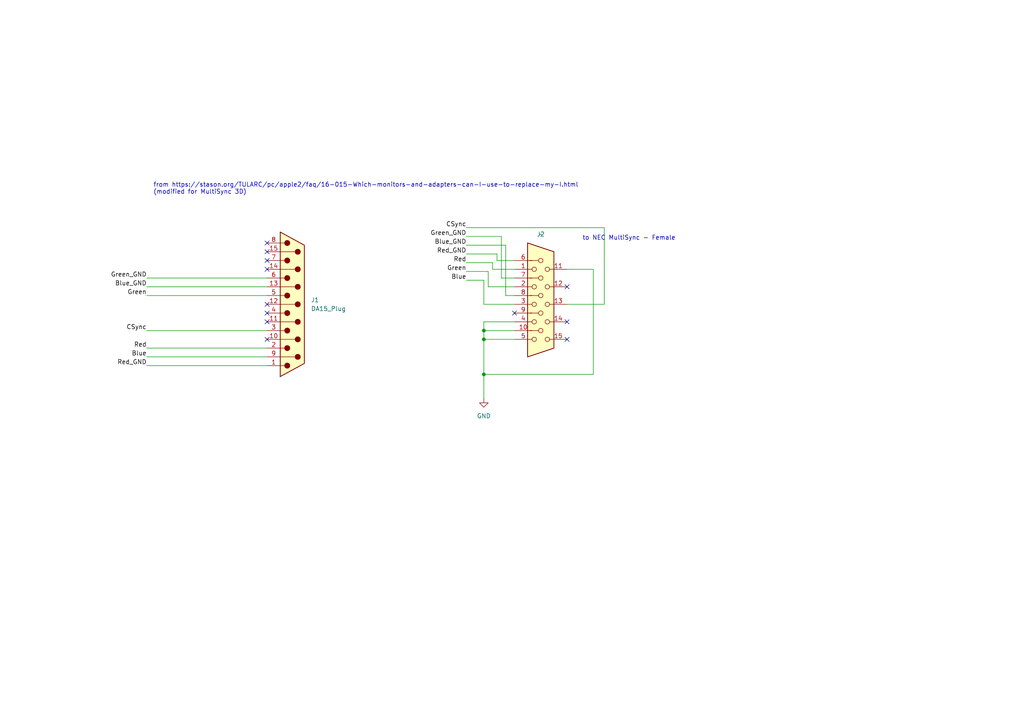
<source format=kicad_sch>
(kicad_sch (version 20230121) (generator eeschema)
  (paper "A4")
  (lib_symbols
    (symbol "Connector:DA15_Plug" (pin_names (offset 1.016) hide)
      (property "Reference" "J" (at 0.508 21.59 0))
      (property "Value" "DA15_Plug" (at 0 -22.225 0))
      (symbol "DA15_Plug_0_1"
        (circle (center -1.778 -17.78) (radius 0.762) (fill (type outline)))
        (circle (center -1.778 -12.7) (radius 0.762) (fill (type outline)))
        (circle (center -1.778 -7.62) (radius 0.762) (fill (type outline)))
        (circle (center -1.778 -2.54) (radius 0.762) (fill (type outline)))
        (circle (center -1.778 2.54) (radius 0.762) (fill (type outline)))
        (circle (center -1.778 7.62) (radius 0.762) (fill (type outline)))
        (circle (center -1.778 12.7) (radius 0.762) (fill (type outline)))
        (circle (center -1.778 17.78) (radius 0.762) (fill (type outline)))
        (polyline (pts (xy -3.81 -17.78) (xy -2.54 -17.78)))
        (polyline (pts (xy -3.81 -15.24) (xy 0.508 -15.24)))
        (polyline (pts (xy -3.81 -12.7) (xy -2.54 -12.7)))
        (polyline (pts (xy -3.81 -10.16) (xy 0.508 -10.16)))
        (polyline (pts (xy -3.81 -7.62) (xy -2.54 -7.62)))
        (polyline (pts (xy -3.81 -5.08) (xy 0.508 -5.08)))
        (polyline (pts (xy -3.81 -2.54) (xy -2.54 -2.54)))
        (polyline (pts (xy -3.81 0) (xy 0.508 0)))
        (polyline (pts (xy -3.81 2.54) (xy -2.54 2.54)))
        (polyline (pts (xy -3.81 5.08) (xy 0.508 5.08)))
        (polyline (pts (xy -3.81 7.62) (xy -2.54 7.62)))
        (polyline (pts (xy -3.81 10.16) (xy 0.508 10.16)))
        (polyline (pts (xy -3.81 12.7) (xy -2.54 12.7)))
        (polyline (pts (xy -3.81 15.24) (xy 0.508 15.24)))
        (polyline (pts (xy -3.81 17.78) (xy -2.54 17.78)))
        (polyline (pts (xy -3.81 -20.955) (xy 3.175 -17.145) (xy 3.175 17.145) (xy -3.81 20.955) (xy -3.81 -20.955)) (stroke (width 0.254)) (fill (type background)))
        (circle (center 1.27 -15.24) (radius 0.762) (fill (type outline)))
        (circle (center 1.27 -10.16) (radius 0.762) (fill (type outline)))
        (circle (center 1.27 -5.08) (radius 0.762) (fill (type outline)))
        (circle (center 1.27 0) (radius 0.762) (fill (type outline)))
        (circle (center 1.27 5.08) (radius 0.762) (fill (type outline)))
        (circle (center 1.27 10.16) (radius 0.762) (fill (type outline)))
        (circle (center 1.27 15.24) (radius 0.762) (fill (type outline)))
      )
      (symbol "DA15_Plug_1_1"
        (pin passive line (at -7.62 -17.78 0) (length 3.81) (name "1") (number "1"))
        (pin passive line (at -7.62 -10.16 0) (length 3.81) (name "P10") (number "10"))
        (pin passive line (at -7.62 -5.08 0) (length 3.81) (name "P111") (number "11"))
        (pin passive line (at -7.62 0 0) (length 3.81) (name "P12") (number "12"))
        (pin passive line (at -7.62 5.08 0) (length 3.81) (name "P13") (number "13"))
        (pin passive line (at -7.62 10.16 0) (length 3.81) (name "P14") (number "14"))
        (pin passive line (at -7.62 15.24 0) (length 3.81) (name "P15") (number "15"))
        (pin passive line (at -7.62 -12.7 0) (length 3.81) (name "2") (number "2"))
        (pin passive line (at -7.62 -7.62 0) (length 3.81) (name "3") (number "3"))
        (pin passive line (at -7.62 -2.54 0) (length 3.81) (name "4") (number "4"))
        (pin passive line (at -7.62 2.54 0) (length 3.81) (name "5") (number "5"))
        (pin passive line (at -7.62 7.62 0) (length 3.81) (name "6") (number "6"))
        (pin passive line (at -7.62 12.7 0) (length 3.81) (name "7") (number "7"))
        (pin passive line (at -7.62 17.78 0) (length 3.81) (name "8") (number "8"))
        (pin passive line (at -7.62 -15.24 0) (length 3.81) (name "P9") (number "9"))
      )
    )
    (symbol "Connector:DE15_Receptacle_HighDensity" (pin_names (offset 1.016) hide)
      (property "Reference" "J" (at 0 21.59 0))
      (property "Value" "DE15_Receptacle_HighDensity" (at 0 19.05 0))
      (symbol "DE15_Receptacle_HighDensity_0_1"
        (circle (center -1.905 -10.16) (radius 0.635))
        (circle (center -1.905 -5.08) (radius 0.635))
        (circle (center -1.905 0) (radius 0.635))
        (circle (center -1.905 5.08) (radius 0.635))
        (circle (center -1.905 10.16) (radius 0.635))
        (circle (center 0 -7.62) (radius 0.635))
        (circle (center 0 -2.54) (radius 0.635))
        (polyline (pts (xy -3.175 7.62) (xy -0.635 7.62)))
        (polyline (pts (xy -0.635 -7.62) (xy -3.175 -7.62)))
        (polyline (pts (xy -0.635 -2.54) (xy -3.175 -2.54)))
        (polyline (pts (xy -0.635 2.54) (xy -3.175 2.54)))
        (polyline (pts (xy -0.635 12.7) (xy -3.175 12.7)))
        (polyline (pts (xy -3.81 17.78) (xy -3.81 -15.24) (xy 3.81 -12.7) (xy 3.81 15.24) (xy -3.81 17.78)) (stroke (width 0.254)) (fill (type background)))
        (circle (center 0 2.54) (radius 0.635))
        (circle (center 0 7.62) (radius 0.635))
        (circle (center 0 12.7) (radius 0.635))
        (circle (center 1.905 -10.16) (radius 0.635))
        (circle (center 1.905 -5.08) (radius 0.635))
        (circle (center 1.905 0) (radius 0.635))
        (circle (center 1.905 5.08) (radius 0.635))
        (circle (center 1.905 10.16) (radius 0.635))
      )
      (symbol "DE15_Receptacle_HighDensity_1_1"
        (pin passive line (at -7.62 10.16 0) (length 5.08) (name "~") (number "1"))
        (pin passive line (at -7.62 -7.62 0) (length 5.08) (name "~") (number "10"))
        (pin passive line (at 7.62 10.16 180) (length 5.08) (name "~") (number "11"))
        (pin passive line (at 7.62 5.08 180) (length 5.08) (name "~") (number "12"))
        (pin passive line (at 7.62 0 180) (length 5.08) (name "~") (number "13"))
        (pin passive line (at 7.62 -5.08 180) (length 5.08) (name "~") (number "14"))
        (pin passive line (at 7.62 -10.16 180) (length 5.08) (name "~") (number "15"))
        (pin passive line (at -7.62 5.08 0) (length 5.08) (name "~") (number "2"))
        (pin passive line (at -7.62 0 0) (length 5.08) (name "~") (number "3"))
        (pin passive line (at -7.62 -5.08 0) (length 5.08) (name "~") (number "4"))
        (pin passive line (at -7.62 -10.16 0) (length 5.08) (name "~") (number "5"))
        (pin passive line (at -7.62 12.7 0) (length 5.08) (name "~") (number "6"))
        (pin passive line (at -7.62 7.62 0) (length 5.08) (name "~") (number "7"))
        (pin passive line (at -7.62 2.54 0) (length 5.08) (name "~") (number "8"))
        (pin passive line (at -7.62 -2.54 0) (length 5.08) (name "~") (number "9"))
      )
    )
    (symbol "power:GND" (power) (pin_names (offset 0))
      (property "Value" "GND" (at 0 -3.81 0))
      (symbol "GND_0_1"
        (polyline (pts (xy 0 0) (xy 0 -1.27) (xy 1.27 -1.27) (xy 0 -2.54) (xy -1.27 -1.27) (xy 0 -1.27)))
      )
      (symbol "GND_1_1"
        (pin power_in line (at 0 0 270) (length 0) hide (name "GND") (number "1"))
      )
    )
  )
  (junction (at 140.335 95.885))
  (junction (at 140.335 98.425))
  (junction (at 140.335 108.585))
  (no_connect (at 77.47 98.425))
  (no_connect (at 77.47 88.265))
  (no_connect (at 77.47 93.345))
  (no_connect (at 77.47 70.485))
  (no_connect (at 164.465 98.425))
  (no_connect (at 164.465 83.185))
  (no_connect (at 77.47 90.805))
  (no_connect (at 164.465 93.345))
  (no_connect (at 77.47 75.565))
  (no_connect (at 77.47 78.105))
  (no_connect (at 77.47 73.025))
  (no_connect (at 149.225 90.805))
  (wire (pts (xy 145.415 68.58) (xy 135.255 68.58)))
  (wire (pts (xy 145.415 80.645) (xy 145.415 68.58)))
  (wire (pts (xy 149.225 80.645) (xy 145.415 80.645)))
  (wire (pts (xy 149.225 88.265) (xy 140.335 88.265)))
  (wire (pts (xy 175.26 88.265) (xy 175.26 66.04)))
  (wire (pts (xy 42.545 103.505) (xy 77.47 103.505)))
  (wire (pts (xy 164.465 78.105) (xy 172.085 78.105)))
  (wire (pts (xy 42.545 95.885) (xy 77.47 95.885)))
  (wire (pts (xy 172.085 108.585) (xy 140.335 108.585)))
  (wire (pts (xy 149.225 85.725) (xy 146.685 85.725)))
  (wire (pts (xy 175.26 66.04) (xy 135.255 66.04)))
  (wire (pts (xy 141.605 78.74) (xy 135.255 78.74)))
  (wire (pts (xy 140.335 93.345) (xy 140.335 95.885)))
  (wire (pts (xy 140.335 108.585) (xy 140.335 115.57)))
  (wire (pts (xy 140.335 88.265) (xy 140.335 81.28)))
  (wire (pts (xy 42.545 85.725) (xy 77.47 85.725)))
  (wire (pts (xy 140.335 95.885) (xy 140.335 98.425)))
  (wire (pts (xy 142.875 78.105) (xy 142.875 76.2)))
  (wire (pts (xy 144.145 75.565) (xy 144.145 73.66)))
  (wire (pts (xy 140.335 81.28) (xy 135.255 81.28)))
  (wire (pts (xy 172.085 78.105) (xy 172.085 108.585)))
  (wire (pts (xy 141.605 83.185) (xy 141.605 78.74)))
  (wire (pts (xy 164.465 88.265) (xy 175.26 88.265)))
  (wire (pts (xy 140.335 98.425) (xy 140.335 108.585)))
  (wire (pts (xy 140.335 95.885) (xy 149.225 95.885)))
  (wire (pts (xy 144.145 73.66) (xy 135.255 73.66)))
  (wire (pts (xy 140.335 98.425) (xy 149.225 98.425)))
  (wire (pts (xy 146.685 85.725) (xy 146.685 71.12)))
  (wire (pts (xy 42.545 106.045) (xy 77.47 106.045)))
  (wire (pts (xy 146.685 71.12) (xy 135.255 71.12)))
  (wire (pts (xy 149.225 78.105) (xy 142.875 78.105)))
  (wire (pts (xy 149.225 75.565) (xy 144.145 75.565)))
  (wire (pts (xy 149.225 93.345) (xy 140.335 93.345)))
  (wire (pts (xy 149.225 83.185) (xy 141.605 83.185)))
  (wire (pts (xy 42.545 80.645) (xy 77.47 80.645)))
  (wire (pts (xy 42.545 83.185) (xy 77.47 83.185)))
  (wire (pts (xy 142.875 76.2) (xy 135.255 76.2)))
  (wire (pts (xy 42.545 100.965) (xy 77.47 100.965)))
  (text "from https://stason.org/TULARC/pc/apple2/faq/16-015-Which-monitors-and-adapters-can-I-use-to-replace-my-I.html\n(modified for MultiSync 3D)" (at 44.45 56.515 0) (effects (font (size 1.27 1.27)) (justify left bottom)))
  (text "to NEC MultiSync - Female" (at 168.91 69.85 0) (effects (font (size 1.27 1.27)) (justify left bottom)))
  (label "CSync" (at 135.255 66.04 180))
  (label "CSync" (at 42.545 95.885 180))
  (label "Green" (at 135.255 78.74 180))
  (label "Red" (at 135.255 76.2 180))
  (label "Green_GND" (at 42.545 80.645 180))
  (label "Blue_GND" (at 135.255 71.12 180))
  (label "Red_GND" (at 135.255 73.66 180))
  (label "Red" (at 42.545 100.965 180))
  (label "Green_GND" (at 135.255 68.58 180))
  (label "Blue" (at 42.545 103.505 180))
  (label "Red_GND" (at 42.545 106.045 180))
  (label "Blue_GND" (at 42.545 83.185 180))
  (label "Blue" (at 135.255 81.28 180))
  (label "Green" (at 42.545 85.725 180))
  (symbol (lib_id "Connector:DE15_Receptacle_HighDensity") (at 156.845 88.265 0) (unit 1)
    (property "Reference" "J2" (at 156.845 67.945 0))
    (property "Value" "~" (at 156.845 67.945 0))
    (property "Footprint" "Connector_TE_AMP_HD15:FIXED-1-1734530-1" (effects hide))
    (property "Datasheet" " ~" (effects hide))
  )
  (symbol (lib_id "power:GND") (at 140.335 115.57 0) (unit 1)
    (property "Reference" "#PWR01" (effects hide))
    (property "Value" "GND" (at 140.335 120.65 0))
  )
  (symbol (lib_id "Connector:DA15_Plug") (at 85.09 88.265 0) (unit 1)
    (property "Reference" "J1" (at 90.17 86.995 0) (effects (justify left)))
    (property "Value" "DA15_Plug" (at 90.17 89.535 0) (effects (justify left)))
    (property "Footprint" "Connector_Dsub:DSUB-15_Male_Horizontal_P2.77x2.84mm_EdgePinOffset4.94mm_Housed_MountingHolesOffset7.48mm" (effects hide))
    (property "Datasheet" " ~" (effects hide))
  )
)
</source>
